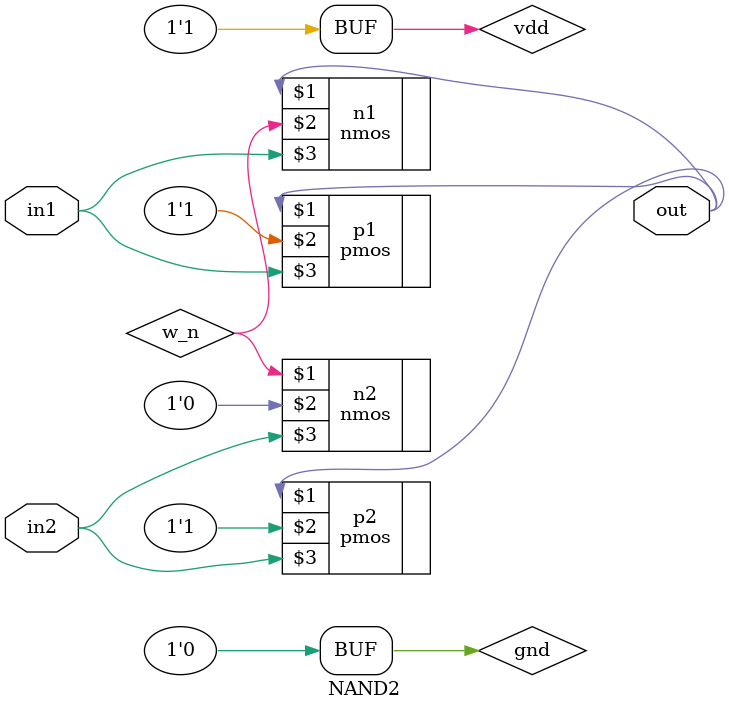
<source format=sv>
/* 2-input NAND.
 *
 *
 * <pre>
 *    ---------+-------------+------ vdd
 *             |             |
 *       +--o| p1      +--o| p2
 *       |     |       |     |
 *       |     +-------------+------ out
 *       |             |     |
 *  in1 -+-----------------| n1
 *                     |     |
 *  in2 ---------------+---| n2
 *                           |
 *                   --------+------ gnd
 * </pre>
 */
module NAND2 (
    input  wire in1,
    input  wire in2,
    output wire out
);

    supply1 vdd;
    supply0 gnd;

    wire w_n; // connects 2 nmos transistors

    // pmos drain source gate
    pmos p1(out,  vdd,   in1);
    pmos p2(out,  vdd,   in2);

    // nmos drain source gate
    nmos n1(out,  w_n,   in1);
    nmos n2(w_n,  gnd,   in2);

endmodule

</source>
